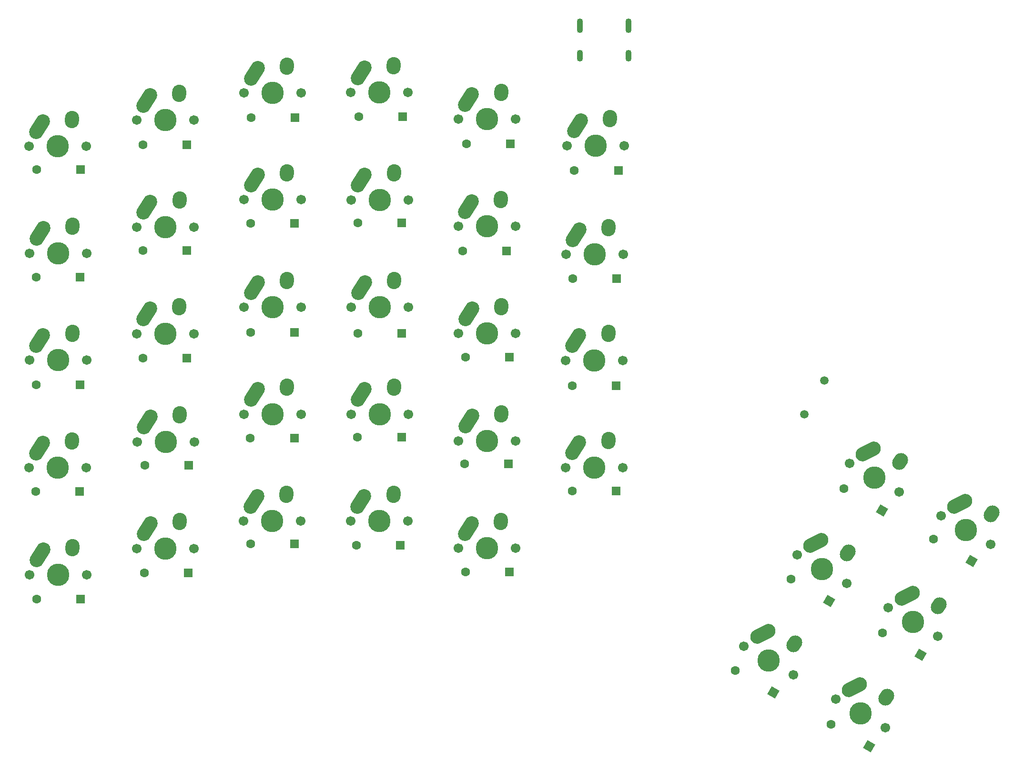
<source format=gbr>
%TF.GenerationSoftware,KiCad,Pcbnew,7.0.1*%
%TF.CreationDate,2023-09-23T01:25:44+08:00*%
%TF.ProjectId,split70kb,73706c69-7437-4306-9b62-2e6b69636164,rev?*%
%TF.SameCoordinates,Original*%
%TF.FileFunction,Soldermask,Top*%
%TF.FilePolarity,Negative*%
%FSLAX46Y46*%
G04 Gerber Fmt 4.6, Leading zero omitted, Abs format (unit mm)*
G04 Created by KiCad (PCBNEW 7.0.1) date 2023-09-23 01:25:44*
%MOMM*%
%LPD*%
G01*
G04 APERTURE LIST*
G04 Aperture macros list*
%AMHorizOval*
0 Thick line with rounded ends*
0 $1 width*
0 $2 $3 position (X,Y) of the first rounded end (center of the circle)*
0 $4 $5 position (X,Y) of the second rounded end (center of the circle)*
0 Add line between two ends*
20,1,$1,$2,$3,$4,$5,0*
0 Add two circle primitives to create the rounded ends*
1,1,$1,$2,$3*
1,1,$1,$4,$5*%
%AMRotRect*
0 Rectangle, with rotation*
0 The origin of the aperture is its center*
0 $1 length*
0 $2 width*
0 $3 Rotation angle, in degrees counterclockwise*
0 Add horizontal line*
21,1,$1,$2,0,0,$3*%
G04 Aperture macros list end*
%ADD10C,1.701800*%
%ADD11C,3.987800*%
%ADD12HorizOval,2.500000X-0.604462X-0.948815X0.604462X0.948815X0*%
%ADD13HorizOval,2.500000X-0.019724X-0.289328X0.019724X0.289328X0*%
%ADD14HorizOval,2.500000X-0.997887X-0.519467X0.997887X0.519467X0*%
%ADD15HorizOval,2.500000X-0.161746X-0.240704X0.161746X0.240704X0*%
%ADD16R,1.600000X1.600000*%
%ADD17C,1.600000*%
%ADD18C,1.500000*%
%ADD19O,1.100000X2.600000*%
%ADD20O,1.100000X2.100000*%
%ADD21RotRect,1.600000X1.600000X150.000000*%
G04 APERTURE END LIST*
D10*
%TO.C,K26*%
X121920000Y-40894000D03*
D11*
X127000000Y-40894000D03*
D10*
X132080000Y-40894000D03*
D12*
X123745000Y-37374000D03*
D13*
X129520000Y-36104000D03*
%TD*%
D10*
%TO.C,K10*%
X45440000Y-112492400D03*
D11*
X50520000Y-112492400D03*
D10*
X55600000Y-112492400D03*
D12*
X47265000Y-108972400D03*
D13*
X53040000Y-107702400D03*
%TD*%
D10*
%TO.C,K12*%
X64489200Y-50496000D03*
D11*
X69569200Y-50496000D03*
D10*
X74649200Y-50496000D03*
D12*
X66314200Y-46976000D03*
D13*
X72089200Y-45706000D03*
%TD*%
D10*
%TO.C,K6*%
X45413500Y-36361100D03*
D11*
X50493500Y-36361100D03*
D10*
X55573500Y-36361100D03*
D12*
X47238500Y-32841100D03*
D13*
X53013500Y-31571100D03*
%TD*%
D10*
%TO.C,K22*%
X102566700Y-55213300D03*
D11*
X107646700Y-55213300D03*
D10*
X112726700Y-55213300D03*
D12*
X104391700Y-51693300D03*
D13*
X110166700Y-50423300D03*
%TD*%
D10*
%TO.C,K1*%
X26342300Y-41013900D03*
D11*
X31422300Y-41013900D03*
D10*
X36502300Y-41013900D03*
D12*
X28167300Y-37493900D03*
D13*
X33942300Y-36223900D03*
%TD*%
D10*
%TO.C,K9*%
X45486700Y-93538200D03*
D11*
X50566700Y-93538200D03*
D10*
X55646700Y-93538200D03*
D12*
X47311700Y-90018200D03*
D13*
X53086700Y-88748200D03*
%TD*%
D10*
%TO.C,K32*%
X172088891Y-97343900D03*
D11*
X176488300Y-99883900D03*
D10*
X180887709Y-102423900D03*
D14*
X175429387Y-95207991D03*
D15*
X181065684Y-96995638D03*
%TD*%
D10*
%TO.C,K14*%
X64531000Y-88640100D03*
D11*
X69611000Y-88640100D03*
D10*
X74691000Y-88640100D03*
D12*
X66356000Y-85120100D03*
D13*
X72131000Y-83850100D03*
%TD*%
D10*
%TO.C,K34*%
X178973891Y-123032900D03*
D11*
X183373300Y-125572900D03*
D10*
X187772709Y-128112900D03*
D14*
X182314387Y-120896991D03*
D15*
X187950684Y-122684638D03*
%TD*%
D10*
%TO.C,K8*%
X45403000Y-74323000D03*
D11*
X50483000Y-74323000D03*
D10*
X55563000Y-74323000D03*
D12*
X47228000Y-70803000D03*
D13*
X53003000Y-69533000D03*
%TD*%
D10*
%TO.C,K18*%
X83570000Y-69625000D03*
D11*
X88650000Y-69625000D03*
D10*
X93730000Y-69625000D03*
D12*
X85395000Y-66105000D03*
D13*
X91170000Y-64835000D03*
%TD*%
D10*
%TO.C,K15*%
X64420000Y-107625000D03*
D11*
X69500000Y-107625000D03*
D10*
X74580000Y-107625000D03*
D12*
X66245000Y-104105000D03*
D13*
X72020000Y-102835000D03*
%TD*%
D10*
%TO.C,K2*%
X26393300Y-60024900D03*
D11*
X31473300Y-60024900D03*
D10*
X36553300Y-60024900D03*
D12*
X28218300Y-56504900D03*
D13*
X33993300Y-55234900D03*
%TD*%
D10*
%TO.C,K23*%
X102620000Y-74275000D03*
D11*
X107700000Y-74275000D03*
D10*
X112780000Y-74275000D03*
D12*
X104445000Y-70755000D03*
D13*
X110220000Y-69485000D03*
%TD*%
D10*
%TO.C,K17*%
X83520000Y-50525000D03*
D11*
X88600000Y-50525000D03*
D10*
X93680000Y-50525000D03*
D12*
X85345000Y-47005000D03*
D13*
X91120000Y-45735000D03*
%TD*%
D10*
%TO.C,K5*%
X26392200Y-117163900D03*
D11*
X31472200Y-117163900D03*
D10*
X36552200Y-117163900D03*
D12*
X28217200Y-113643900D03*
D13*
X33992200Y-112373900D03*
%TD*%
D10*
%TO.C,K4*%
X26325400Y-98139500D03*
D11*
X31405400Y-98139500D03*
D10*
X36485400Y-98139500D03*
D12*
X28150400Y-94619500D03*
D13*
X33925400Y-93349500D03*
%TD*%
D10*
%TO.C,K13*%
X64508800Y-69604900D03*
D11*
X69588800Y-69604900D03*
D10*
X74668800Y-69604900D03*
D12*
X66333800Y-66084900D03*
D13*
X72108800Y-64814900D03*
%TD*%
D10*
%TO.C,K30*%
X153343191Y-129842100D03*
D11*
X157742600Y-132382100D03*
D10*
X162142009Y-134922100D03*
D14*
X156683687Y-127706191D03*
D15*
X162319984Y-129493838D03*
%TD*%
D10*
%TO.C,K29*%
X121620000Y-98106700D03*
D11*
X126700000Y-98106700D03*
D10*
X131780000Y-98106700D03*
D12*
X123445000Y-94586700D03*
D13*
X129220000Y-93316700D03*
%TD*%
D10*
%TO.C,K16*%
X83495000Y-31425000D03*
D11*
X88575000Y-31425000D03*
D10*
X93655000Y-31425000D03*
D12*
X85320000Y-27905000D03*
D13*
X91095000Y-26635000D03*
%TD*%
D10*
%TO.C,K33*%
X188348491Y-106711400D03*
D11*
X192747900Y-109251400D03*
D10*
X197147309Y-111791400D03*
D14*
X191688987Y-104575491D03*
D15*
X197325284Y-106363138D03*
%TD*%
D10*
%TO.C,K21*%
X102584600Y-36180400D03*
D11*
X107664600Y-36180400D03*
D10*
X112744600Y-36180400D03*
D12*
X104409600Y-32660400D03*
D13*
X110184600Y-31390400D03*
%TD*%
D10*
%TO.C,K31*%
X162765291Y-113614300D03*
D11*
X167164700Y-116154300D03*
D10*
X171564109Y-118694300D03*
D14*
X166105787Y-111478391D03*
D15*
X171742084Y-113266038D03*
%TD*%
D10*
%TO.C,K25*%
X102561700Y-112447500D03*
D11*
X107641700Y-112447500D03*
D10*
X112721700Y-112447500D03*
D12*
X104386700Y-108927500D03*
D13*
X110161700Y-107657500D03*
%TD*%
D10*
%TO.C,K3*%
X26370000Y-79025000D03*
D11*
X31450000Y-79025000D03*
D10*
X36530000Y-79025000D03*
D12*
X28195000Y-75505000D03*
D13*
X33970000Y-74235000D03*
%TD*%
D10*
%TO.C,K24*%
X102613000Y-93358000D03*
D11*
X107693000Y-93358000D03*
D10*
X112773000Y-93358000D03*
D12*
X104438000Y-89838000D03*
D13*
X110213000Y-88568000D03*
%TD*%
D10*
%TO.C,K19*%
X83527000Y-88626800D03*
D11*
X88607000Y-88626800D03*
D10*
X93687000Y-88626800D03*
D12*
X85352000Y-85106800D03*
D13*
X91127000Y-83836800D03*
%TD*%
D10*
%TO.C,K27*%
X121685200Y-60220100D03*
D11*
X126765200Y-60220100D03*
D10*
X131845200Y-60220100D03*
D12*
X123510200Y-56700100D03*
D13*
X129285200Y-55430100D03*
%TD*%
D10*
%TO.C,K35*%
X169625991Y-139292900D03*
D11*
X174025400Y-141832900D03*
D10*
X178424809Y-144372900D03*
D14*
X172966487Y-137156991D03*
D15*
X178602784Y-138944638D03*
%TD*%
D10*
%TO.C,K20*%
X83449200Y-107638500D03*
D11*
X88529200Y-107638500D03*
D10*
X93609200Y-107638500D03*
D12*
X85274200Y-104118500D03*
D13*
X91049200Y-102848500D03*
%TD*%
D10*
%TO.C,K7*%
X45425000Y-55330800D03*
D11*
X50505000Y-55330800D03*
D10*
X55585000Y-55330800D03*
D12*
X47250000Y-51810800D03*
D13*
X53025000Y-50540800D03*
%TD*%
D10*
%TO.C,K11*%
X64522800Y-31506700D03*
D11*
X69602800Y-31506700D03*
D10*
X74682800Y-31506700D03*
D12*
X66347800Y-27986700D03*
D13*
X72122800Y-26716700D03*
%TD*%
D10*
%TO.C,K28*%
X121633400Y-79075000D03*
D11*
X126713400Y-79075000D03*
D10*
X131793400Y-79075000D03*
D12*
X123458400Y-75555000D03*
D13*
X129233400Y-74285000D03*
%TD*%
D16*
%TO.C,D10*%
X54594000Y-116810400D03*
D17*
X46794000Y-116810400D03*
%TD*%
D16*
%TO.C,D17*%
X92487900Y-54636300D03*
D17*
X84687900Y-54636300D03*
%TD*%
D16*
%TO.C,D19*%
X92480200Y-92730600D03*
D17*
X84680200Y-92730600D03*
%TD*%
D18*
%TO.C,J2*%
X167584500Y-82614529D03*
X164084500Y-88676707D03*
%TD*%
D16*
%TO.C,D4*%
X35271800Y-102339900D03*
D17*
X27471800Y-102339900D03*
%TD*%
D16*
%TO.C,D29*%
X130639100Y-102249500D03*
D17*
X122839100Y-102249500D03*
%TD*%
D16*
%TO.C,D28*%
X130632200Y-83531700D03*
D17*
X122832200Y-83531700D03*
%TD*%
D16*
%TO.C,D2*%
X35378700Y-64244100D03*
D17*
X27578700Y-64244100D03*
%TD*%
D19*
%TO.C,J1*%
X124204000Y-19558000D03*
D20*
X124204000Y-24918000D03*
D19*
X132844000Y-19558000D03*
D20*
X132844000Y-24918000D03*
%TD*%
D21*
%TO.C,D35*%
X175537199Y-147666000D03*
D17*
X168782201Y-143766000D03*
%TD*%
D16*
%TO.C,D6*%
X54364500Y-40716700D03*
D17*
X46564500Y-40716700D03*
%TD*%
D16*
%TO.C,D22*%
X111154300Y-59626300D03*
D17*
X103354300Y-59626300D03*
%TD*%
D16*
%TO.C,D1*%
X35429700Y-45115500D03*
D17*
X27629700Y-45115500D03*
%TD*%
D16*
%TO.C,D9*%
X54640700Y-97738600D03*
D17*
X46840700Y-97738600D03*
%TD*%
D16*
%TO.C,D13*%
X73473200Y-74056900D03*
D17*
X65673200Y-74056900D03*
%TD*%
D21*
%TO.C,D31*%
X168477499Y-121838000D03*
D17*
X161722501Y-117938000D03*
%TD*%
D16*
%TO.C,D18*%
X92543500Y-74235700D03*
D17*
X84743500Y-74235700D03*
%TD*%
D16*
%TO.C,D20*%
X92250000Y-111925000D03*
D17*
X84450000Y-111925000D03*
%TD*%
D16*
%TO.C,D8*%
X54303000Y-78659800D03*
D17*
X46503000Y-78659800D03*
%TD*%
D16*
%TO.C,D21*%
X111837400Y-40536000D03*
D17*
X104037400Y-40536000D03*
%TD*%
D16*
%TO.C,D5*%
X35428600Y-121481900D03*
D17*
X27628600Y-121481900D03*
%TD*%
D16*
%TO.C,D11*%
X73540400Y-35862300D03*
D17*
X65740400Y-35862300D03*
%TD*%
D16*
%TO.C,D27*%
X130740000Y-64516000D03*
D17*
X122940000Y-64516000D03*
%TD*%
D16*
%TO.C,D14*%
X73434400Y-92865000D03*
D17*
X65634400Y-92865000D03*
%TD*%
D21*
%TO.C,D33*%
X193761499Y-114700500D03*
D17*
X187006501Y-110800500D03*
%TD*%
D16*
%TO.C,D26*%
X131002200Y-45269900D03*
D17*
X123202200Y-45269900D03*
%TD*%
D16*
%TO.C,D16*%
X92722500Y-35740200D03*
D17*
X84922500Y-35740200D03*
%TD*%
D16*
%TO.C,D24*%
X111454700Y-97465500D03*
D17*
X103654700Y-97465500D03*
%TD*%
D21*
%TO.C,D30*%
X158571499Y-138094000D03*
D17*
X151816501Y-134194000D03*
%TD*%
D16*
%TO.C,D15*%
X73437600Y-111689000D03*
D17*
X65637600Y-111689000D03*
%TD*%
D16*
%TO.C,D25*%
X111624600Y-116650800D03*
D17*
X103824600Y-116650800D03*
%TD*%
D21*
%TO.C,D32*%
X177823199Y-105756000D03*
D17*
X171068201Y-101856000D03*
%TD*%
D21*
%TO.C,D34*%
X184681199Y-131410000D03*
D17*
X177926201Y-127510000D03*
%TD*%
D16*
%TO.C,D23*%
X111690000Y-78486000D03*
D17*
X103890000Y-78486000D03*
%TD*%
D16*
%TO.C,D7*%
X54325000Y-59550000D03*
D17*
X46525000Y-59550000D03*
%TD*%
D16*
%TO.C,D12*%
X73455800Y-54715200D03*
D17*
X65655800Y-54715200D03*
%TD*%
D16*
%TO.C,D3*%
X35355400Y-83361800D03*
D17*
X27555400Y-83361800D03*
%TD*%
M02*

</source>
